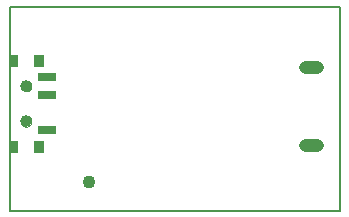
<source format=gbs>
G75*
%MOIN*%
%OFA0B0*%
%FSLAX25Y25*%
%IPPOS*%
%LPD*%
%AMOC8*
5,1,8,0,0,1.08239X$1,22.5*
%
%ADD10C,0.00800*%
%ADD11C,0.04337*%
%ADD12C,0.04400*%
%ADD13R,0.06306X0.03156*%
%ADD14R,0.02762X0.04337*%
%ADD15R,0.03550X0.04337*%
%ADD16C,0.00000*%
%ADD17C,0.03943*%
D10*
X0101036Y0048333D02*
X0101036Y0116333D01*
X0211036Y0116333D01*
X0211036Y0048333D01*
X0101036Y0048333D01*
D11*
X0127636Y0057733D03*
D12*
X0199567Y0070341D02*
X0203567Y0070341D01*
X0203567Y0096325D02*
X0199567Y0096325D01*
D13*
X0113457Y0092861D03*
X0113457Y0086955D03*
X0113457Y0075144D03*
D14*
X0102630Y0069633D03*
X0102630Y0098373D03*
D15*
X0110898Y0098373D03*
X0110898Y0069633D03*
D16*
X0104795Y0078097D02*
X0104797Y0078181D01*
X0104803Y0078264D01*
X0104813Y0078347D01*
X0104827Y0078430D01*
X0104844Y0078512D01*
X0104866Y0078593D01*
X0104891Y0078672D01*
X0104920Y0078751D01*
X0104953Y0078828D01*
X0104989Y0078903D01*
X0105029Y0078977D01*
X0105072Y0079049D01*
X0105119Y0079118D01*
X0105169Y0079185D01*
X0105222Y0079250D01*
X0105278Y0079312D01*
X0105336Y0079372D01*
X0105398Y0079429D01*
X0105462Y0079482D01*
X0105529Y0079533D01*
X0105598Y0079580D01*
X0105669Y0079625D01*
X0105742Y0079665D01*
X0105817Y0079702D01*
X0105894Y0079736D01*
X0105972Y0079766D01*
X0106051Y0079792D01*
X0106132Y0079815D01*
X0106214Y0079833D01*
X0106296Y0079848D01*
X0106379Y0079859D01*
X0106462Y0079866D01*
X0106546Y0079869D01*
X0106630Y0079868D01*
X0106713Y0079863D01*
X0106797Y0079854D01*
X0106879Y0079841D01*
X0106961Y0079825D01*
X0107042Y0079804D01*
X0107123Y0079780D01*
X0107201Y0079752D01*
X0107279Y0079720D01*
X0107355Y0079684D01*
X0107429Y0079645D01*
X0107501Y0079603D01*
X0107571Y0079557D01*
X0107639Y0079508D01*
X0107704Y0079456D01*
X0107767Y0079401D01*
X0107827Y0079343D01*
X0107885Y0079282D01*
X0107939Y0079218D01*
X0107991Y0079152D01*
X0108039Y0079084D01*
X0108084Y0079013D01*
X0108125Y0078940D01*
X0108164Y0078866D01*
X0108198Y0078790D01*
X0108229Y0078712D01*
X0108256Y0078633D01*
X0108280Y0078552D01*
X0108299Y0078471D01*
X0108315Y0078389D01*
X0108327Y0078306D01*
X0108335Y0078222D01*
X0108339Y0078139D01*
X0108339Y0078055D01*
X0108335Y0077972D01*
X0108327Y0077888D01*
X0108315Y0077805D01*
X0108299Y0077723D01*
X0108280Y0077642D01*
X0108256Y0077561D01*
X0108229Y0077482D01*
X0108198Y0077404D01*
X0108164Y0077328D01*
X0108125Y0077254D01*
X0108084Y0077181D01*
X0108039Y0077110D01*
X0107991Y0077042D01*
X0107939Y0076976D01*
X0107885Y0076912D01*
X0107827Y0076851D01*
X0107767Y0076793D01*
X0107704Y0076738D01*
X0107639Y0076686D01*
X0107571Y0076637D01*
X0107501Y0076591D01*
X0107429Y0076549D01*
X0107355Y0076510D01*
X0107279Y0076474D01*
X0107201Y0076442D01*
X0107123Y0076414D01*
X0107042Y0076390D01*
X0106961Y0076369D01*
X0106879Y0076353D01*
X0106797Y0076340D01*
X0106713Y0076331D01*
X0106630Y0076326D01*
X0106546Y0076325D01*
X0106462Y0076328D01*
X0106379Y0076335D01*
X0106296Y0076346D01*
X0106214Y0076361D01*
X0106132Y0076379D01*
X0106051Y0076402D01*
X0105972Y0076428D01*
X0105894Y0076458D01*
X0105817Y0076492D01*
X0105742Y0076529D01*
X0105669Y0076569D01*
X0105598Y0076614D01*
X0105529Y0076661D01*
X0105462Y0076712D01*
X0105398Y0076765D01*
X0105336Y0076822D01*
X0105278Y0076882D01*
X0105222Y0076944D01*
X0105169Y0077009D01*
X0105119Y0077076D01*
X0105072Y0077145D01*
X0105029Y0077217D01*
X0104989Y0077291D01*
X0104953Y0077366D01*
X0104920Y0077443D01*
X0104891Y0077522D01*
X0104866Y0077601D01*
X0104844Y0077682D01*
X0104827Y0077764D01*
X0104813Y0077847D01*
X0104803Y0077930D01*
X0104797Y0078013D01*
X0104795Y0078097D01*
X0104795Y0089908D02*
X0104797Y0089992D01*
X0104803Y0090075D01*
X0104813Y0090158D01*
X0104827Y0090241D01*
X0104844Y0090323D01*
X0104866Y0090404D01*
X0104891Y0090483D01*
X0104920Y0090562D01*
X0104953Y0090639D01*
X0104989Y0090714D01*
X0105029Y0090788D01*
X0105072Y0090860D01*
X0105119Y0090929D01*
X0105169Y0090996D01*
X0105222Y0091061D01*
X0105278Y0091123D01*
X0105336Y0091183D01*
X0105398Y0091240D01*
X0105462Y0091293D01*
X0105529Y0091344D01*
X0105598Y0091391D01*
X0105669Y0091436D01*
X0105742Y0091476D01*
X0105817Y0091513D01*
X0105894Y0091547D01*
X0105972Y0091577D01*
X0106051Y0091603D01*
X0106132Y0091626D01*
X0106214Y0091644D01*
X0106296Y0091659D01*
X0106379Y0091670D01*
X0106462Y0091677D01*
X0106546Y0091680D01*
X0106630Y0091679D01*
X0106713Y0091674D01*
X0106797Y0091665D01*
X0106879Y0091652D01*
X0106961Y0091636D01*
X0107042Y0091615D01*
X0107123Y0091591D01*
X0107201Y0091563D01*
X0107279Y0091531D01*
X0107355Y0091495D01*
X0107429Y0091456D01*
X0107501Y0091414D01*
X0107571Y0091368D01*
X0107639Y0091319D01*
X0107704Y0091267D01*
X0107767Y0091212D01*
X0107827Y0091154D01*
X0107885Y0091093D01*
X0107939Y0091029D01*
X0107991Y0090963D01*
X0108039Y0090895D01*
X0108084Y0090824D01*
X0108125Y0090751D01*
X0108164Y0090677D01*
X0108198Y0090601D01*
X0108229Y0090523D01*
X0108256Y0090444D01*
X0108280Y0090363D01*
X0108299Y0090282D01*
X0108315Y0090200D01*
X0108327Y0090117D01*
X0108335Y0090033D01*
X0108339Y0089950D01*
X0108339Y0089866D01*
X0108335Y0089783D01*
X0108327Y0089699D01*
X0108315Y0089616D01*
X0108299Y0089534D01*
X0108280Y0089453D01*
X0108256Y0089372D01*
X0108229Y0089293D01*
X0108198Y0089215D01*
X0108164Y0089139D01*
X0108125Y0089065D01*
X0108084Y0088992D01*
X0108039Y0088921D01*
X0107991Y0088853D01*
X0107939Y0088787D01*
X0107885Y0088723D01*
X0107827Y0088662D01*
X0107767Y0088604D01*
X0107704Y0088549D01*
X0107639Y0088497D01*
X0107571Y0088448D01*
X0107501Y0088402D01*
X0107429Y0088360D01*
X0107355Y0088321D01*
X0107279Y0088285D01*
X0107201Y0088253D01*
X0107123Y0088225D01*
X0107042Y0088201D01*
X0106961Y0088180D01*
X0106879Y0088164D01*
X0106797Y0088151D01*
X0106713Y0088142D01*
X0106630Y0088137D01*
X0106546Y0088136D01*
X0106462Y0088139D01*
X0106379Y0088146D01*
X0106296Y0088157D01*
X0106214Y0088172D01*
X0106132Y0088190D01*
X0106051Y0088213D01*
X0105972Y0088239D01*
X0105894Y0088269D01*
X0105817Y0088303D01*
X0105742Y0088340D01*
X0105669Y0088380D01*
X0105598Y0088425D01*
X0105529Y0088472D01*
X0105462Y0088523D01*
X0105398Y0088576D01*
X0105336Y0088633D01*
X0105278Y0088693D01*
X0105222Y0088755D01*
X0105169Y0088820D01*
X0105119Y0088887D01*
X0105072Y0088956D01*
X0105029Y0089028D01*
X0104989Y0089102D01*
X0104953Y0089177D01*
X0104920Y0089254D01*
X0104891Y0089333D01*
X0104866Y0089412D01*
X0104844Y0089493D01*
X0104827Y0089575D01*
X0104813Y0089658D01*
X0104803Y0089741D01*
X0104797Y0089824D01*
X0104795Y0089908D01*
D17*
X0106567Y0089908D03*
X0106567Y0078097D03*
M02*

</source>
